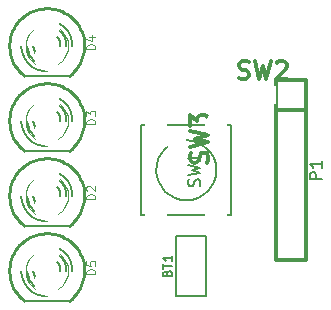
<source format=gto>
G04 (created by PCBNEW-RS274X (2012-01-19 BZR 3256)-stable) date 07/11/2012 22:21:36*
G01*
G70*
G90*
%MOIN*%
G04 Gerber Fmt 3.4, Leading zero omitted, Abs format*
%FSLAX34Y34*%
G04 APERTURE LIST*
%ADD10C,0.006000*%
%ADD11C,0.005000*%
%ADD12C,0.008000*%
%ADD13C,0.003000*%
%ADD14C,0.010000*%
%ADD15C,0.012000*%
%ADD16C,0.003500*%
%ADD17C,0.075000*%
%ADD18R,0.080000X0.080000*%
%ADD19C,0.080000*%
%ADD20C,0.086000*%
%ADD21R,0.059400X0.051500*%
%ADD22R,0.051500X0.059400*%
G04 APERTURE END LIST*
G54D10*
G54D11*
X12450Y-10950D02*
X12430Y-11144D01*
X12374Y-11331D01*
X12282Y-11503D01*
X12159Y-11654D01*
X12009Y-11779D01*
X11837Y-11871D01*
X11651Y-11929D01*
X11456Y-11949D01*
X11263Y-11932D01*
X11076Y-11877D01*
X10903Y-11786D01*
X10751Y-11664D01*
X10625Y-11514D01*
X10531Y-11343D01*
X10472Y-11157D01*
X10451Y-10963D01*
X10467Y-10770D01*
X10521Y-10582D01*
X10610Y-10409D01*
X10731Y-10256D01*
X10880Y-10129D01*
X11050Y-10034D01*
X11236Y-09974D01*
X11430Y-09951D01*
X11623Y-09966D01*
X11811Y-10018D01*
X11985Y-10106D01*
X12139Y-10226D01*
X12267Y-10374D01*
X12363Y-10544D01*
X12425Y-10729D01*
X12449Y-10923D01*
X12450Y-10950D01*
X12950Y-09450D02*
X12950Y-12450D01*
X12950Y-12450D02*
X09950Y-12450D01*
X09950Y-12450D02*
X09950Y-09450D01*
X12950Y-09450D02*
X09950Y-09450D01*
G54D10*
X12100Y-15150D02*
X11100Y-15150D01*
X11100Y-15150D02*
X11100Y-13150D01*
X11100Y-13150D02*
X12100Y-13150D01*
X12100Y-13150D02*
X12100Y-15150D01*
G54D12*
X06050Y-15320D02*
X07550Y-15320D01*
G54D13*
X07507Y-14300D02*
X07493Y-14437D01*
X07453Y-14569D01*
X07388Y-14691D01*
X07301Y-14798D01*
X07195Y-14886D01*
X07073Y-14951D01*
X06942Y-14992D01*
X06804Y-15006D01*
X06668Y-14994D01*
X06536Y-14955D01*
X06413Y-14891D01*
X06306Y-14805D01*
X06217Y-14699D01*
X06151Y-14578D01*
X06109Y-14446D01*
X06094Y-14309D01*
X06105Y-14173D01*
X06143Y-14040D01*
X06206Y-13918D01*
X06292Y-13809D01*
X06397Y-13720D01*
X06517Y-13653D01*
X06649Y-13610D01*
X06786Y-13594D01*
X06922Y-13604D01*
X07055Y-13641D01*
X07178Y-13704D01*
X07287Y-13789D01*
X07377Y-13893D01*
X07445Y-14013D01*
X07489Y-14144D01*
X07506Y-14281D01*
X07507Y-14300D01*
G54D14*
X07550Y-15299D02*
X07634Y-15230D01*
X07712Y-15154D01*
X07783Y-15071D01*
X07847Y-14982D01*
X07902Y-14888D01*
X07949Y-14790D01*
X07988Y-14688D01*
X08017Y-14583D01*
X08037Y-14476D01*
X08048Y-14367D01*
X08049Y-14259D01*
X08040Y-14150D01*
X08023Y-14043D01*
X07996Y-13937D01*
X07959Y-13834D01*
X07914Y-13735D01*
X07861Y-13640D01*
X07799Y-13550D01*
X07730Y-13466D01*
X07654Y-13388D01*
X07571Y-13317D01*
X07482Y-13253D01*
X07388Y-13198D01*
X07290Y-13151D01*
X07188Y-13112D01*
X07083Y-13083D01*
X06976Y-13063D01*
X06867Y-13052D01*
X06759Y-13051D01*
X06650Y-13060D01*
X06543Y-13077D01*
X06437Y-13104D01*
X06334Y-13141D01*
X06235Y-13186D01*
X06140Y-13239D01*
X06050Y-13301D01*
X05966Y-13370D01*
X05888Y-13446D01*
X05817Y-13529D01*
X05753Y-13618D01*
X05698Y-13712D01*
X05651Y-13810D01*
X05612Y-13912D01*
X05583Y-14017D01*
X05563Y-14124D01*
X05552Y-14233D01*
X05551Y-14341D01*
X05560Y-14450D01*
X05577Y-14557D01*
X05604Y-14663D01*
X05641Y-14766D01*
X05686Y-14865D01*
X05739Y-14960D01*
X05801Y-15050D01*
X05870Y-15134D01*
X05946Y-15212D01*
X06029Y-15283D01*
X06050Y-15299D01*
G54D10*
X07250Y-14300D02*
X07248Y-14261D01*
X07243Y-14222D01*
X07234Y-14184D01*
X07222Y-14147D01*
X07207Y-14110D01*
X07189Y-14076D01*
X07168Y-14042D01*
X07144Y-14011D01*
X07118Y-13982D01*
X07089Y-13956D01*
X07058Y-13932D01*
X07025Y-13911D01*
X06990Y-13893D01*
X06953Y-13878D01*
X06916Y-13866D01*
X06878Y-13857D01*
X06839Y-13852D01*
X06800Y-13850D01*
X06350Y-14300D02*
X06352Y-14339D01*
X06357Y-14378D01*
X06366Y-14416D01*
X06378Y-14453D01*
X06393Y-14490D01*
X06411Y-14524D01*
X06432Y-14558D01*
X06456Y-14589D01*
X06482Y-14618D01*
X06511Y-14644D01*
X06542Y-14668D01*
X06576Y-14689D01*
X06610Y-14707D01*
X06647Y-14722D01*
X06684Y-14734D01*
X06722Y-14743D01*
X06761Y-14748D01*
X06800Y-14750D01*
X07450Y-14300D02*
X07447Y-14244D01*
X07440Y-14188D01*
X07427Y-14132D01*
X07410Y-14078D01*
X07389Y-14026D01*
X07362Y-13976D01*
X07332Y-13928D01*
X07297Y-13883D01*
X07259Y-13841D01*
X07217Y-13803D01*
X07172Y-13768D01*
X07125Y-13738D01*
X07074Y-13711D01*
X07022Y-13690D01*
X06968Y-13673D01*
X06912Y-13660D01*
X06856Y-13653D01*
X06800Y-13650D01*
X06150Y-14300D02*
X06153Y-14356D01*
X06160Y-14412D01*
X06173Y-14468D01*
X06190Y-14522D01*
X06211Y-14574D01*
X06238Y-14624D01*
X06268Y-14672D01*
X06303Y-14717D01*
X06341Y-14759D01*
X06383Y-14797D01*
X06428Y-14832D01*
X06476Y-14862D01*
X06526Y-14889D01*
X06578Y-14910D01*
X06632Y-14927D01*
X06688Y-14940D01*
X06744Y-14947D01*
X06800Y-14950D01*
X07650Y-14300D02*
X07646Y-14226D01*
X07637Y-14153D01*
X07621Y-14081D01*
X07598Y-14010D01*
X07570Y-13941D01*
X07536Y-13876D01*
X07496Y-13813D01*
X07451Y-13754D01*
X07401Y-13699D01*
X07346Y-13649D01*
X07287Y-13604D01*
X07225Y-13564D01*
X07159Y-13530D01*
X07090Y-13502D01*
X07019Y-13479D01*
X06947Y-13463D01*
X06874Y-13454D01*
X06800Y-13450D01*
X05950Y-14300D02*
X05954Y-14374D01*
X05963Y-14447D01*
X05979Y-14519D01*
X06002Y-14590D01*
X06030Y-14659D01*
X06064Y-14724D01*
X06104Y-14787D01*
X06149Y-14846D01*
X06199Y-14901D01*
X06254Y-14951D01*
X06313Y-14996D01*
X06376Y-15036D01*
X06441Y-15070D01*
X06510Y-15098D01*
X06581Y-15121D01*
X06653Y-15137D01*
X06726Y-15146D01*
X06800Y-15150D01*
G54D12*
X06050Y-07820D02*
X07550Y-07820D01*
G54D13*
X07507Y-06800D02*
X07493Y-06937D01*
X07453Y-07069D01*
X07388Y-07191D01*
X07301Y-07298D01*
X07195Y-07386D01*
X07073Y-07451D01*
X06942Y-07492D01*
X06804Y-07506D01*
X06668Y-07494D01*
X06536Y-07455D01*
X06413Y-07391D01*
X06306Y-07305D01*
X06217Y-07199D01*
X06151Y-07078D01*
X06109Y-06946D01*
X06094Y-06809D01*
X06105Y-06673D01*
X06143Y-06540D01*
X06206Y-06418D01*
X06292Y-06309D01*
X06397Y-06220D01*
X06517Y-06153D01*
X06649Y-06110D01*
X06786Y-06094D01*
X06922Y-06104D01*
X07055Y-06141D01*
X07178Y-06204D01*
X07287Y-06289D01*
X07377Y-06393D01*
X07445Y-06513D01*
X07489Y-06644D01*
X07506Y-06781D01*
X07507Y-06800D01*
G54D14*
X07550Y-07799D02*
X07634Y-07730D01*
X07712Y-07654D01*
X07783Y-07571D01*
X07847Y-07482D01*
X07902Y-07388D01*
X07949Y-07290D01*
X07988Y-07188D01*
X08017Y-07083D01*
X08037Y-06976D01*
X08048Y-06867D01*
X08049Y-06759D01*
X08040Y-06650D01*
X08023Y-06543D01*
X07996Y-06437D01*
X07959Y-06334D01*
X07914Y-06235D01*
X07861Y-06140D01*
X07799Y-06050D01*
X07730Y-05966D01*
X07654Y-05888D01*
X07571Y-05817D01*
X07482Y-05753D01*
X07388Y-05698D01*
X07290Y-05651D01*
X07188Y-05612D01*
X07083Y-05583D01*
X06976Y-05563D01*
X06867Y-05552D01*
X06759Y-05551D01*
X06650Y-05560D01*
X06543Y-05577D01*
X06437Y-05604D01*
X06334Y-05641D01*
X06235Y-05686D01*
X06140Y-05739D01*
X06050Y-05801D01*
X05966Y-05870D01*
X05888Y-05946D01*
X05817Y-06029D01*
X05753Y-06118D01*
X05698Y-06212D01*
X05651Y-06310D01*
X05612Y-06412D01*
X05583Y-06517D01*
X05563Y-06624D01*
X05552Y-06733D01*
X05551Y-06841D01*
X05560Y-06950D01*
X05577Y-07057D01*
X05604Y-07163D01*
X05641Y-07266D01*
X05686Y-07365D01*
X05739Y-07460D01*
X05801Y-07550D01*
X05870Y-07634D01*
X05946Y-07712D01*
X06029Y-07783D01*
X06050Y-07799D01*
G54D10*
X07250Y-06800D02*
X07248Y-06761D01*
X07243Y-06722D01*
X07234Y-06684D01*
X07222Y-06647D01*
X07207Y-06610D01*
X07189Y-06576D01*
X07168Y-06542D01*
X07144Y-06511D01*
X07118Y-06482D01*
X07089Y-06456D01*
X07058Y-06432D01*
X07025Y-06411D01*
X06990Y-06393D01*
X06953Y-06378D01*
X06916Y-06366D01*
X06878Y-06357D01*
X06839Y-06352D01*
X06800Y-06350D01*
X06350Y-06800D02*
X06352Y-06839D01*
X06357Y-06878D01*
X06366Y-06916D01*
X06378Y-06953D01*
X06393Y-06990D01*
X06411Y-07024D01*
X06432Y-07058D01*
X06456Y-07089D01*
X06482Y-07118D01*
X06511Y-07144D01*
X06542Y-07168D01*
X06576Y-07189D01*
X06610Y-07207D01*
X06647Y-07222D01*
X06684Y-07234D01*
X06722Y-07243D01*
X06761Y-07248D01*
X06800Y-07250D01*
X07450Y-06800D02*
X07447Y-06744D01*
X07440Y-06688D01*
X07427Y-06632D01*
X07410Y-06578D01*
X07389Y-06526D01*
X07362Y-06476D01*
X07332Y-06428D01*
X07297Y-06383D01*
X07259Y-06341D01*
X07217Y-06303D01*
X07172Y-06268D01*
X07125Y-06238D01*
X07074Y-06211D01*
X07022Y-06190D01*
X06968Y-06173D01*
X06912Y-06160D01*
X06856Y-06153D01*
X06800Y-06150D01*
X06150Y-06800D02*
X06153Y-06856D01*
X06160Y-06912D01*
X06173Y-06968D01*
X06190Y-07022D01*
X06211Y-07074D01*
X06238Y-07124D01*
X06268Y-07172D01*
X06303Y-07217D01*
X06341Y-07259D01*
X06383Y-07297D01*
X06428Y-07332D01*
X06476Y-07362D01*
X06526Y-07389D01*
X06578Y-07410D01*
X06632Y-07427D01*
X06688Y-07440D01*
X06744Y-07447D01*
X06800Y-07450D01*
X07650Y-06800D02*
X07646Y-06726D01*
X07637Y-06653D01*
X07621Y-06581D01*
X07598Y-06510D01*
X07570Y-06441D01*
X07536Y-06376D01*
X07496Y-06313D01*
X07451Y-06254D01*
X07401Y-06199D01*
X07346Y-06149D01*
X07287Y-06104D01*
X07225Y-06064D01*
X07159Y-06030D01*
X07090Y-06002D01*
X07019Y-05979D01*
X06947Y-05963D01*
X06874Y-05954D01*
X06800Y-05950D01*
X05950Y-06800D02*
X05954Y-06874D01*
X05963Y-06947D01*
X05979Y-07019D01*
X06002Y-07090D01*
X06030Y-07159D01*
X06064Y-07224D01*
X06104Y-07287D01*
X06149Y-07346D01*
X06199Y-07401D01*
X06254Y-07451D01*
X06313Y-07496D01*
X06376Y-07536D01*
X06441Y-07570D01*
X06510Y-07598D01*
X06581Y-07621D01*
X06653Y-07637D01*
X06726Y-07646D01*
X06800Y-07650D01*
G54D12*
X06050Y-10320D02*
X07550Y-10320D01*
G54D13*
X07507Y-09300D02*
X07493Y-09437D01*
X07453Y-09569D01*
X07388Y-09691D01*
X07301Y-09798D01*
X07195Y-09886D01*
X07073Y-09951D01*
X06942Y-09992D01*
X06804Y-10006D01*
X06668Y-09994D01*
X06536Y-09955D01*
X06413Y-09891D01*
X06306Y-09805D01*
X06217Y-09699D01*
X06151Y-09578D01*
X06109Y-09446D01*
X06094Y-09309D01*
X06105Y-09173D01*
X06143Y-09040D01*
X06206Y-08918D01*
X06292Y-08809D01*
X06397Y-08720D01*
X06517Y-08653D01*
X06649Y-08610D01*
X06786Y-08594D01*
X06922Y-08604D01*
X07055Y-08641D01*
X07178Y-08704D01*
X07287Y-08789D01*
X07377Y-08893D01*
X07445Y-09013D01*
X07489Y-09144D01*
X07506Y-09281D01*
X07507Y-09300D01*
G54D14*
X07550Y-10299D02*
X07634Y-10230D01*
X07712Y-10154D01*
X07783Y-10071D01*
X07847Y-09982D01*
X07902Y-09888D01*
X07949Y-09790D01*
X07988Y-09688D01*
X08017Y-09583D01*
X08037Y-09476D01*
X08048Y-09367D01*
X08049Y-09259D01*
X08040Y-09150D01*
X08023Y-09043D01*
X07996Y-08937D01*
X07959Y-08834D01*
X07914Y-08735D01*
X07861Y-08640D01*
X07799Y-08550D01*
X07730Y-08466D01*
X07654Y-08388D01*
X07571Y-08317D01*
X07482Y-08253D01*
X07388Y-08198D01*
X07290Y-08151D01*
X07188Y-08112D01*
X07083Y-08083D01*
X06976Y-08063D01*
X06867Y-08052D01*
X06759Y-08051D01*
X06650Y-08060D01*
X06543Y-08077D01*
X06437Y-08104D01*
X06334Y-08141D01*
X06235Y-08186D01*
X06140Y-08239D01*
X06050Y-08301D01*
X05966Y-08370D01*
X05888Y-08446D01*
X05817Y-08529D01*
X05753Y-08618D01*
X05698Y-08712D01*
X05651Y-08810D01*
X05612Y-08912D01*
X05583Y-09017D01*
X05563Y-09124D01*
X05552Y-09233D01*
X05551Y-09341D01*
X05560Y-09450D01*
X05577Y-09557D01*
X05604Y-09663D01*
X05641Y-09766D01*
X05686Y-09865D01*
X05739Y-09960D01*
X05801Y-10050D01*
X05870Y-10134D01*
X05946Y-10212D01*
X06029Y-10283D01*
X06050Y-10299D01*
G54D10*
X07250Y-09300D02*
X07248Y-09261D01*
X07243Y-09222D01*
X07234Y-09184D01*
X07222Y-09147D01*
X07207Y-09110D01*
X07189Y-09076D01*
X07168Y-09042D01*
X07144Y-09011D01*
X07118Y-08982D01*
X07089Y-08956D01*
X07058Y-08932D01*
X07025Y-08911D01*
X06990Y-08893D01*
X06953Y-08878D01*
X06916Y-08866D01*
X06878Y-08857D01*
X06839Y-08852D01*
X06800Y-08850D01*
X06350Y-09300D02*
X06352Y-09339D01*
X06357Y-09378D01*
X06366Y-09416D01*
X06378Y-09453D01*
X06393Y-09490D01*
X06411Y-09524D01*
X06432Y-09558D01*
X06456Y-09589D01*
X06482Y-09618D01*
X06511Y-09644D01*
X06542Y-09668D01*
X06576Y-09689D01*
X06610Y-09707D01*
X06647Y-09722D01*
X06684Y-09734D01*
X06722Y-09743D01*
X06761Y-09748D01*
X06800Y-09750D01*
X07450Y-09300D02*
X07447Y-09244D01*
X07440Y-09188D01*
X07427Y-09132D01*
X07410Y-09078D01*
X07389Y-09026D01*
X07362Y-08976D01*
X07332Y-08928D01*
X07297Y-08883D01*
X07259Y-08841D01*
X07217Y-08803D01*
X07172Y-08768D01*
X07125Y-08738D01*
X07074Y-08711D01*
X07022Y-08690D01*
X06968Y-08673D01*
X06912Y-08660D01*
X06856Y-08653D01*
X06800Y-08650D01*
X06150Y-09300D02*
X06153Y-09356D01*
X06160Y-09412D01*
X06173Y-09468D01*
X06190Y-09522D01*
X06211Y-09574D01*
X06238Y-09624D01*
X06268Y-09672D01*
X06303Y-09717D01*
X06341Y-09759D01*
X06383Y-09797D01*
X06428Y-09832D01*
X06476Y-09862D01*
X06526Y-09889D01*
X06578Y-09910D01*
X06632Y-09927D01*
X06688Y-09940D01*
X06744Y-09947D01*
X06800Y-09950D01*
X07650Y-09300D02*
X07646Y-09226D01*
X07637Y-09153D01*
X07621Y-09081D01*
X07598Y-09010D01*
X07570Y-08941D01*
X07536Y-08876D01*
X07496Y-08813D01*
X07451Y-08754D01*
X07401Y-08699D01*
X07346Y-08649D01*
X07287Y-08604D01*
X07225Y-08564D01*
X07159Y-08530D01*
X07090Y-08502D01*
X07019Y-08479D01*
X06947Y-08463D01*
X06874Y-08454D01*
X06800Y-08450D01*
X05950Y-09300D02*
X05954Y-09374D01*
X05963Y-09447D01*
X05979Y-09519D01*
X06002Y-09590D01*
X06030Y-09659D01*
X06064Y-09724D01*
X06104Y-09787D01*
X06149Y-09846D01*
X06199Y-09901D01*
X06254Y-09951D01*
X06313Y-09996D01*
X06376Y-10036D01*
X06441Y-10070D01*
X06510Y-10098D01*
X06581Y-10121D01*
X06653Y-10137D01*
X06726Y-10146D01*
X06800Y-10150D01*
G54D12*
X06050Y-12820D02*
X07550Y-12820D01*
G54D13*
X07507Y-11800D02*
X07493Y-11937D01*
X07453Y-12069D01*
X07388Y-12191D01*
X07301Y-12298D01*
X07195Y-12386D01*
X07073Y-12451D01*
X06942Y-12492D01*
X06804Y-12506D01*
X06668Y-12494D01*
X06536Y-12455D01*
X06413Y-12391D01*
X06306Y-12305D01*
X06217Y-12199D01*
X06151Y-12078D01*
X06109Y-11946D01*
X06094Y-11809D01*
X06105Y-11673D01*
X06143Y-11540D01*
X06206Y-11418D01*
X06292Y-11309D01*
X06397Y-11220D01*
X06517Y-11153D01*
X06649Y-11110D01*
X06786Y-11094D01*
X06922Y-11104D01*
X07055Y-11141D01*
X07178Y-11204D01*
X07287Y-11289D01*
X07377Y-11393D01*
X07445Y-11513D01*
X07489Y-11644D01*
X07506Y-11781D01*
X07507Y-11800D01*
G54D14*
X07550Y-12799D02*
X07634Y-12730D01*
X07712Y-12654D01*
X07783Y-12571D01*
X07847Y-12482D01*
X07902Y-12388D01*
X07949Y-12290D01*
X07988Y-12188D01*
X08017Y-12083D01*
X08037Y-11976D01*
X08048Y-11867D01*
X08049Y-11759D01*
X08040Y-11650D01*
X08023Y-11543D01*
X07996Y-11437D01*
X07959Y-11334D01*
X07914Y-11235D01*
X07861Y-11140D01*
X07799Y-11050D01*
X07730Y-10966D01*
X07654Y-10888D01*
X07571Y-10817D01*
X07482Y-10753D01*
X07388Y-10698D01*
X07290Y-10651D01*
X07188Y-10612D01*
X07083Y-10583D01*
X06976Y-10563D01*
X06867Y-10552D01*
X06759Y-10551D01*
X06650Y-10560D01*
X06543Y-10577D01*
X06437Y-10604D01*
X06334Y-10641D01*
X06235Y-10686D01*
X06140Y-10739D01*
X06050Y-10801D01*
X05966Y-10870D01*
X05888Y-10946D01*
X05817Y-11029D01*
X05753Y-11118D01*
X05698Y-11212D01*
X05651Y-11310D01*
X05612Y-11412D01*
X05583Y-11517D01*
X05563Y-11624D01*
X05552Y-11733D01*
X05551Y-11841D01*
X05560Y-11950D01*
X05577Y-12057D01*
X05604Y-12163D01*
X05641Y-12266D01*
X05686Y-12365D01*
X05739Y-12460D01*
X05801Y-12550D01*
X05870Y-12634D01*
X05946Y-12712D01*
X06029Y-12783D01*
X06050Y-12799D01*
G54D10*
X07250Y-11800D02*
X07248Y-11761D01*
X07243Y-11722D01*
X07234Y-11684D01*
X07222Y-11647D01*
X07207Y-11610D01*
X07189Y-11576D01*
X07168Y-11542D01*
X07144Y-11511D01*
X07118Y-11482D01*
X07089Y-11456D01*
X07058Y-11432D01*
X07025Y-11411D01*
X06990Y-11393D01*
X06953Y-11378D01*
X06916Y-11366D01*
X06878Y-11357D01*
X06839Y-11352D01*
X06800Y-11350D01*
X06350Y-11800D02*
X06352Y-11839D01*
X06357Y-11878D01*
X06366Y-11916D01*
X06378Y-11953D01*
X06393Y-11990D01*
X06411Y-12024D01*
X06432Y-12058D01*
X06456Y-12089D01*
X06482Y-12118D01*
X06511Y-12144D01*
X06542Y-12168D01*
X06576Y-12189D01*
X06610Y-12207D01*
X06647Y-12222D01*
X06684Y-12234D01*
X06722Y-12243D01*
X06761Y-12248D01*
X06800Y-12250D01*
X07450Y-11800D02*
X07447Y-11744D01*
X07440Y-11688D01*
X07427Y-11632D01*
X07410Y-11578D01*
X07389Y-11526D01*
X07362Y-11476D01*
X07332Y-11428D01*
X07297Y-11383D01*
X07259Y-11341D01*
X07217Y-11303D01*
X07172Y-11268D01*
X07125Y-11238D01*
X07074Y-11211D01*
X07022Y-11190D01*
X06968Y-11173D01*
X06912Y-11160D01*
X06856Y-11153D01*
X06800Y-11150D01*
X06150Y-11800D02*
X06153Y-11856D01*
X06160Y-11912D01*
X06173Y-11968D01*
X06190Y-12022D01*
X06211Y-12074D01*
X06238Y-12124D01*
X06268Y-12172D01*
X06303Y-12217D01*
X06341Y-12259D01*
X06383Y-12297D01*
X06428Y-12332D01*
X06476Y-12362D01*
X06526Y-12389D01*
X06578Y-12410D01*
X06632Y-12427D01*
X06688Y-12440D01*
X06744Y-12447D01*
X06800Y-12450D01*
X07650Y-11800D02*
X07646Y-11726D01*
X07637Y-11653D01*
X07621Y-11581D01*
X07598Y-11510D01*
X07570Y-11441D01*
X07536Y-11376D01*
X07496Y-11313D01*
X07451Y-11254D01*
X07401Y-11199D01*
X07346Y-11149D01*
X07287Y-11104D01*
X07225Y-11064D01*
X07159Y-11030D01*
X07090Y-11002D01*
X07019Y-10979D01*
X06947Y-10963D01*
X06874Y-10954D01*
X06800Y-10950D01*
X05950Y-11800D02*
X05954Y-11874D01*
X05963Y-11947D01*
X05979Y-12019D01*
X06002Y-12090D01*
X06030Y-12159D01*
X06064Y-12224D01*
X06104Y-12287D01*
X06149Y-12346D01*
X06199Y-12401D01*
X06254Y-12451D01*
X06313Y-12496D01*
X06376Y-12536D01*
X06441Y-12570D01*
X06510Y-12598D01*
X06581Y-12621D01*
X06653Y-12637D01*
X06726Y-12646D01*
X06800Y-12650D01*
G54D15*
X14450Y-07950D02*
X15450Y-07950D01*
X15450Y-07950D02*
X15450Y-13950D01*
X15450Y-13950D02*
X14450Y-13950D01*
X14450Y-13950D02*
X14450Y-07950D01*
X14450Y-08950D02*
X15450Y-08950D01*
G54D12*
X11893Y-11483D02*
X11912Y-11426D01*
X11912Y-11330D01*
X11893Y-11292D01*
X11874Y-11273D01*
X11836Y-11254D01*
X11798Y-11254D01*
X11760Y-11273D01*
X11740Y-11292D01*
X11721Y-11330D01*
X11702Y-11407D01*
X11683Y-11445D01*
X11664Y-11464D01*
X11626Y-11483D01*
X11588Y-11483D01*
X11550Y-11464D01*
X11531Y-11445D01*
X11512Y-11407D01*
X11512Y-11311D01*
X11531Y-11254D01*
X11512Y-11121D02*
X11912Y-11026D01*
X11626Y-10949D01*
X11912Y-10873D01*
X11512Y-10778D01*
X11912Y-10416D02*
X11912Y-10645D01*
X11912Y-10531D02*
X11512Y-10531D01*
X11569Y-10569D01*
X11607Y-10607D01*
X11626Y-10645D01*
G54D10*
X10814Y-14386D02*
X10829Y-14343D01*
X10843Y-14328D01*
X10871Y-14314D01*
X10914Y-14314D01*
X10943Y-14328D01*
X10957Y-14343D01*
X10971Y-14371D01*
X10971Y-14486D01*
X10671Y-14486D01*
X10671Y-14386D01*
X10686Y-14357D01*
X10700Y-14343D01*
X10729Y-14328D01*
X10757Y-14328D01*
X10786Y-14343D01*
X10800Y-14357D01*
X10814Y-14386D01*
X10814Y-14486D01*
X10671Y-14228D02*
X10671Y-14057D01*
X10971Y-14143D02*
X10671Y-14143D01*
X10971Y-13799D02*
X10971Y-13971D01*
X10971Y-13885D02*
X10671Y-13885D01*
X10714Y-13914D01*
X10743Y-13942D01*
X10757Y-13971D01*
G54D16*
X08421Y-14422D02*
X08121Y-14422D01*
X08121Y-14350D01*
X08136Y-14307D01*
X08164Y-14279D01*
X08193Y-14264D01*
X08250Y-14250D01*
X08293Y-14250D01*
X08350Y-14264D01*
X08379Y-14279D01*
X08407Y-14307D01*
X08421Y-14350D01*
X08421Y-14422D01*
X08121Y-13979D02*
X08121Y-14122D01*
X08264Y-14136D01*
X08250Y-14122D01*
X08236Y-14093D01*
X08236Y-14022D01*
X08250Y-13993D01*
X08264Y-13979D01*
X08293Y-13964D01*
X08364Y-13964D01*
X08393Y-13979D01*
X08407Y-13993D01*
X08421Y-14022D01*
X08421Y-14093D01*
X08407Y-14122D01*
X08393Y-14136D01*
X08421Y-06922D02*
X08121Y-06922D01*
X08121Y-06850D01*
X08136Y-06807D01*
X08164Y-06779D01*
X08193Y-06764D01*
X08250Y-06750D01*
X08293Y-06750D01*
X08350Y-06764D01*
X08379Y-06779D01*
X08407Y-06807D01*
X08421Y-06850D01*
X08421Y-06922D01*
X08221Y-06493D02*
X08421Y-06493D01*
X08107Y-06564D02*
X08321Y-06636D01*
X08321Y-06450D01*
X08421Y-09422D02*
X08121Y-09422D01*
X08121Y-09350D01*
X08136Y-09307D01*
X08164Y-09279D01*
X08193Y-09264D01*
X08250Y-09250D01*
X08293Y-09250D01*
X08350Y-09264D01*
X08379Y-09279D01*
X08407Y-09307D01*
X08421Y-09350D01*
X08421Y-09422D01*
X08121Y-09150D02*
X08121Y-08964D01*
X08236Y-09064D01*
X08236Y-09022D01*
X08250Y-08993D01*
X08264Y-08979D01*
X08293Y-08964D01*
X08364Y-08964D01*
X08393Y-08979D01*
X08407Y-08993D01*
X08421Y-09022D01*
X08421Y-09107D01*
X08407Y-09136D01*
X08393Y-09150D01*
X08421Y-11922D02*
X08121Y-11922D01*
X08121Y-11850D01*
X08136Y-11807D01*
X08164Y-11779D01*
X08193Y-11764D01*
X08250Y-11750D01*
X08293Y-11750D01*
X08350Y-11764D01*
X08379Y-11779D01*
X08407Y-11807D01*
X08421Y-11850D01*
X08421Y-11922D01*
X08150Y-11636D02*
X08136Y-11622D01*
X08121Y-11593D01*
X08121Y-11522D01*
X08136Y-11493D01*
X08150Y-11479D01*
X08179Y-11464D01*
X08207Y-11464D01*
X08250Y-11479D01*
X08421Y-11650D01*
X08421Y-11464D01*
G54D12*
X15962Y-11245D02*
X15562Y-11245D01*
X15562Y-11092D01*
X15581Y-11054D01*
X15600Y-11035D01*
X15638Y-11016D01*
X15695Y-11016D01*
X15733Y-11035D01*
X15752Y-11054D01*
X15771Y-11092D01*
X15771Y-11245D01*
X15962Y-10635D02*
X15962Y-10864D01*
X15962Y-10750D02*
X15562Y-10750D01*
X15619Y-10788D01*
X15657Y-10826D01*
X15676Y-10864D01*
G54D15*
X12151Y-10700D02*
X12180Y-10614D01*
X12180Y-10471D01*
X12151Y-10414D01*
X12123Y-10385D01*
X12066Y-10357D01*
X12008Y-10357D01*
X11951Y-10385D01*
X11923Y-10414D01*
X11894Y-10471D01*
X11866Y-10585D01*
X11837Y-10643D01*
X11808Y-10671D01*
X11751Y-10700D01*
X11694Y-10700D01*
X11637Y-10671D01*
X11608Y-10643D01*
X11580Y-10585D01*
X11580Y-10443D01*
X11608Y-10357D01*
X11580Y-10157D02*
X12180Y-10014D01*
X11751Y-09900D01*
X12180Y-09786D01*
X11580Y-09643D01*
X11580Y-09471D02*
X11580Y-09100D01*
X11808Y-09300D01*
X11808Y-09214D01*
X11837Y-09157D01*
X11866Y-09128D01*
X11923Y-09100D01*
X12066Y-09100D01*
X12123Y-09128D01*
X12151Y-09157D01*
X12180Y-09214D01*
X12180Y-09386D01*
X12151Y-09443D01*
X12123Y-09471D01*
X13200Y-07877D02*
X13286Y-07906D01*
X13429Y-07906D01*
X13486Y-07877D01*
X13515Y-07849D01*
X13543Y-07792D01*
X13543Y-07734D01*
X13515Y-07677D01*
X13486Y-07649D01*
X13429Y-07620D01*
X13315Y-07592D01*
X13257Y-07563D01*
X13229Y-07534D01*
X13200Y-07477D01*
X13200Y-07420D01*
X13229Y-07363D01*
X13257Y-07334D01*
X13315Y-07306D01*
X13457Y-07306D01*
X13543Y-07334D01*
X13743Y-07306D02*
X13886Y-07906D01*
X14000Y-07477D01*
X14114Y-07906D01*
X14257Y-07306D01*
X14457Y-07363D02*
X14486Y-07334D01*
X14543Y-07306D01*
X14686Y-07306D01*
X14743Y-07334D01*
X14772Y-07363D01*
X14800Y-07420D01*
X14800Y-07477D01*
X14772Y-07563D01*
X14429Y-07906D01*
X14800Y-07906D01*
%LPC*%
G54D17*
X12450Y-12450D03*
X10450Y-12450D03*
X12450Y-09450D03*
X10450Y-09450D03*
G54D18*
X11600Y-14650D03*
G54D19*
X11600Y-13650D03*
G54D20*
X06800Y-13700D03*
X06800Y-14700D03*
X06800Y-06200D03*
X06800Y-07200D03*
X06800Y-08700D03*
X06800Y-09700D03*
X06800Y-11200D03*
X06800Y-12200D03*
G54D18*
X14950Y-08450D03*
G54D19*
X14950Y-09450D03*
X14950Y-10450D03*
X14950Y-11450D03*
X14950Y-12450D03*
X14950Y-13450D03*
G54D21*
X11150Y-09703D03*
X11150Y-10097D03*
G54D22*
X13803Y-08450D03*
X14197Y-08450D03*
M02*

</source>
